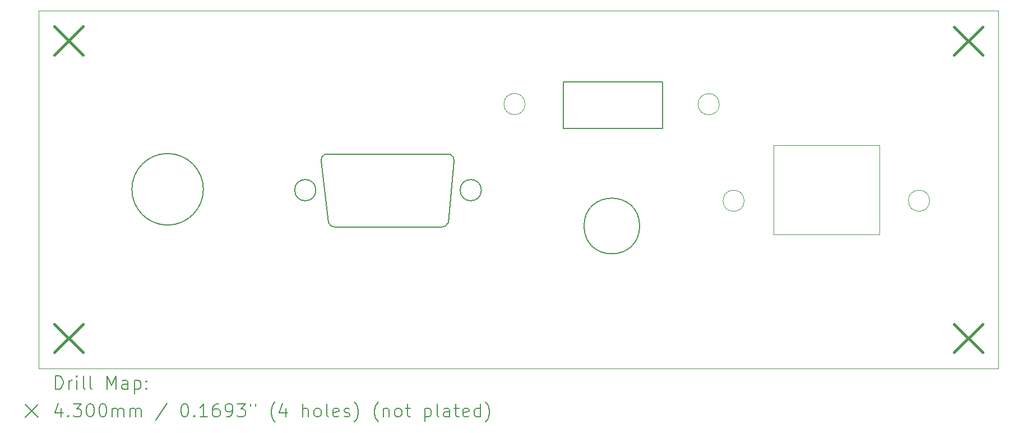
<source format=gbr>
%TF.GenerationSoftware,KiCad,Pcbnew,8.0.1*%
%TF.CreationDate,2025-08-11T12:07:18+02:00*%
%TF.ProjectId,SVX_Node_Case_back.kicad_pcb_usb,5356585f-4e6f-4646-955f-436173655f62,rev?*%
%TF.SameCoordinates,Original*%
%TF.FileFunction,Drillmap*%
%TF.FilePolarity,Positive*%
%FSLAX45Y45*%
G04 Gerber Fmt 4.5, Leading zero omitted, Abs format (unit mm)*
G04 Created by KiCad (PCBNEW 8.0.1) date 2025-08-11 12:07:18*
%MOMM*%
%LPD*%
G01*
G04 APERTURE LIST*
%ADD10C,0.050000*%
%ADD11C,0.200000*%
%ADD12C,0.430000*%
G04 APERTURE END LIST*
D10*
X18334000Y-8413000D02*
G75*
G02*
X18014000Y-8413000I-160000J0D01*
G01*
X18014000Y-8413000D02*
G75*
G02*
X18334000Y-8413000I160000J0D01*
G01*
D11*
X10541000Y-9697000D02*
G75*
G02*
X9461000Y-9697000I-540000J0D01*
G01*
X9461000Y-9697000D02*
G75*
G02*
X10541000Y-9697000I540000J0D01*
G01*
X14243974Y-10196681D02*
G75*
G02*
X14130000Y-10270002I-109984J45721D01*
G01*
D10*
X19150000Y-9030000D02*
X20750000Y-9030000D01*
X20750000Y-10380000D01*
X19150000Y-10380000D01*
X19150000Y-9030000D01*
D11*
X12319334Y-9270264D02*
G75*
G02*
X12376061Y-9169702I90936J14984D01*
G01*
X17131000Y-10251000D02*
G75*
G02*
X16291000Y-10251000I-420000J0D01*
G01*
X16291000Y-10251000D02*
G75*
G02*
X17131000Y-10251000I420000J0D01*
G01*
X12530000Y-10270000D02*
X14130000Y-10270000D01*
X14243974Y-10196681D02*
X14328000Y-9271000D01*
X15975000Y-8075000D02*
X17475000Y-8075000D01*
X17475000Y-8775000D01*
X15975000Y-8775000D01*
X15975000Y-8075000D01*
X14740000Y-9710000D02*
G75*
G02*
X14420000Y-9710000I-160000J0D01*
G01*
X14420000Y-9710000D02*
G75*
G02*
X14740000Y-9710000I160000J0D01*
G01*
X12376061Y-9169703D02*
X14270673Y-9170000D01*
X12240000Y-9710000D02*
G75*
G02*
X11920000Y-9710000I-160000J0D01*
G01*
X11920000Y-9710000D02*
G75*
G02*
X12240000Y-9710000I160000J0D01*
G01*
D10*
X21510000Y-9870000D02*
G75*
G02*
X21190000Y-9870000I-160000J0D01*
G01*
X21190000Y-9870000D02*
G75*
G02*
X21510000Y-9870000I160000J0D01*
G01*
D11*
X12530000Y-10270000D02*
G75*
G02*
X12427380Y-10196745I7520J119040D01*
G01*
X14271000Y-9170000D02*
G75*
G02*
X14327729Y-9270561I-34210J-85580D01*
G01*
X12427377Y-10196747D02*
X12319334Y-9270264D01*
D10*
X15400000Y-8410000D02*
G75*
G02*
X15080000Y-8410000I-160000J0D01*
G01*
X15080000Y-8410000D02*
G75*
G02*
X15400000Y-8410000I160000J0D01*
G01*
X18710000Y-9870000D02*
G75*
G02*
X18390000Y-9870000I-160000J0D01*
G01*
X18390000Y-9870000D02*
G75*
G02*
X18710000Y-9870000I160000J0D01*
G01*
X8050000Y-7000000D02*
X22550000Y-7000000D01*
X22550000Y-12400000D01*
X8050000Y-12400000D01*
X8050000Y-7000000D01*
D11*
D12*
X8290000Y-7240000D02*
X8720000Y-7670000D01*
X8720000Y-7240000D02*
X8290000Y-7670000D01*
X8290000Y-11730000D02*
X8720000Y-12160000D01*
X8720000Y-11730000D02*
X8290000Y-12160000D01*
X21878000Y-11730000D02*
X22308000Y-12160000D01*
X22308000Y-11730000D02*
X21878000Y-12160000D01*
X21880000Y-7242500D02*
X22310000Y-7672500D01*
X22310000Y-7242500D02*
X21880000Y-7672500D01*
D11*
X8308277Y-12713984D02*
X8308277Y-12513984D01*
X8308277Y-12513984D02*
X8355896Y-12513984D01*
X8355896Y-12513984D02*
X8384467Y-12523508D01*
X8384467Y-12523508D02*
X8403515Y-12542555D01*
X8403515Y-12542555D02*
X8413039Y-12561603D01*
X8413039Y-12561603D02*
X8422563Y-12599698D01*
X8422563Y-12599698D02*
X8422563Y-12628269D01*
X8422563Y-12628269D02*
X8413039Y-12666365D01*
X8413039Y-12666365D02*
X8403515Y-12685412D01*
X8403515Y-12685412D02*
X8384467Y-12704460D01*
X8384467Y-12704460D02*
X8355896Y-12713984D01*
X8355896Y-12713984D02*
X8308277Y-12713984D01*
X8508277Y-12713984D02*
X8508277Y-12580650D01*
X8508277Y-12618746D02*
X8517801Y-12599698D01*
X8517801Y-12599698D02*
X8527324Y-12590174D01*
X8527324Y-12590174D02*
X8546372Y-12580650D01*
X8546372Y-12580650D02*
X8565420Y-12580650D01*
X8632086Y-12713984D02*
X8632086Y-12580650D01*
X8632086Y-12513984D02*
X8622563Y-12523508D01*
X8622563Y-12523508D02*
X8632086Y-12533031D01*
X8632086Y-12533031D02*
X8641610Y-12523508D01*
X8641610Y-12523508D02*
X8632086Y-12513984D01*
X8632086Y-12513984D02*
X8632086Y-12533031D01*
X8755896Y-12713984D02*
X8736848Y-12704460D01*
X8736848Y-12704460D02*
X8727324Y-12685412D01*
X8727324Y-12685412D02*
X8727324Y-12513984D01*
X8860658Y-12713984D02*
X8841610Y-12704460D01*
X8841610Y-12704460D02*
X8832086Y-12685412D01*
X8832086Y-12685412D02*
X8832086Y-12513984D01*
X9089229Y-12713984D02*
X9089229Y-12513984D01*
X9089229Y-12513984D02*
X9155896Y-12656841D01*
X9155896Y-12656841D02*
X9222563Y-12513984D01*
X9222563Y-12513984D02*
X9222563Y-12713984D01*
X9403515Y-12713984D02*
X9403515Y-12609222D01*
X9403515Y-12609222D02*
X9393991Y-12590174D01*
X9393991Y-12590174D02*
X9374944Y-12580650D01*
X9374944Y-12580650D02*
X9336848Y-12580650D01*
X9336848Y-12580650D02*
X9317801Y-12590174D01*
X9403515Y-12704460D02*
X9384467Y-12713984D01*
X9384467Y-12713984D02*
X9336848Y-12713984D01*
X9336848Y-12713984D02*
X9317801Y-12704460D01*
X9317801Y-12704460D02*
X9308277Y-12685412D01*
X9308277Y-12685412D02*
X9308277Y-12666365D01*
X9308277Y-12666365D02*
X9317801Y-12647317D01*
X9317801Y-12647317D02*
X9336848Y-12637793D01*
X9336848Y-12637793D02*
X9384467Y-12637793D01*
X9384467Y-12637793D02*
X9403515Y-12628269D01*
X9498753Y-12580650D02*
X9498753Y-12780650D01*
X9498753Y-12590174D02*
X9517801Y-12580650D01*
X9517801Y-12580650D02*
X9555896Y-12580650D01*
X9555896Y-12580650D02*
X9574944Y-12590174D01*
X9574944Y-12590174D02*
X9584467Y-12599698D01*
X9584467Y-12599698D02*
X9593991Y-12618746D01*
X9593991Y-12618746D02*
X9593991Y-12675888D01*
X9593991Y-12675888D02*
X9584467Y-12694936D01*
X9584467Y-12694936D02*
X9574944Y-12704460D01*
X9574944Y-12704460D02*
X9555896Y-12713984D01*
X9555896Y-12713984D02*
X9517801Y-12713984D01*
X9517801Y-12713984D02*
X9498753Y-12704460D01*
X9679705Y-12694936D02*
X9689229Y-12704460D01*
X9689229Y-12704460D02*
X9679705Y-12713984D01*
X9679705Y-12713984D02*
X9670182Y-12704460D01*
X9670182Y-12704460D02*
X9679705Y-12694936D01*
X9679705Y-12694936D02*
X9679705Y-12713984D01*
X9679705Y-12590174D02*
X9689229Y-12599698D01*
X9689229Y-12599698D02*
X9679705Y-12609222D01*
X9679705Y-12609222D02*
X9670182Y-12599698D01*
X9670182Y-12599698D02*
X9679705Y-12590174D01*
X9679705Y-12590174D02*
X9679705Y-12609222D01*
X7847500Y-12942500D02*
X8047500Y-13142500D01*
X8047500Y-12942500D02*
X7847500Y-13142500D01*
X8393991Y-13000650D02*
X8393991Y-13133984D01*
X8346372Y-12924460D02*
X8298753Y-13067317D01*
X8298753Y-13067317D02*
X8422563Y-13067317D01*
X8498753Y-13114936D02*
X8508277Y-13124460D01*
X8508277Y-13124460D02*
X8498753Y-13133984D01*
X8498753Y-13133984D02*
X8489229Y-13124460D01*
X8489229Y-13124460D02*
X8498753Y-13114936D01*
X8498753Y-13114936D02*
X8498753Y-13133984D01*
X8574944Y-12933984D02*
X8698753Y-12933984D01*
X8698753Y-12933984D02*
X8632086Y-13010174D01*
X8632086Y-13010174D02*
X8660658Y-13010174D01*
X8660658Y-13010174D02*
X8679705Y-13019698D01*
X8679705Y-13019698D02*
X8689229Y-13029222D01*
X8689229Y-13029222D02*
X8698753Y-13048269D01*
X8698753Y-13048269D02*
X8698753Y-13095888D01*
X8698753Y-13095888D02*
X8689229Y-13114936D01*
X8689229Y-13114936D02*
X8679705Y-13124460D01*
X8679705Y-13124460D02*
X8660658Y-13133984D01*
X8660658Y-13133984D02*
X8603515Y-13133984D01*
X8603515Y-13133984D02*
X8584467Y-13124460D01*
X8584467Y-13124460D02*
X8574944Y-13114936D01*
X8822563Y-12933984D02*
X8841610Y-12933984D01*
X8841610Y-12933984D02*
X8860658Y-12943508D01*
X8860658Y-12943508D02*
X8870182Y-12953031D01*
X8870182Y-12953031D02*
X8879705Y-12972079D01*
X8879705Y-12972079D02*
X8889229Y-13010174D01*
X8889229Y-13010174D02*
X8889229Y-13057793D01*
X8889229Y-13057793D02*
X8879705Y-13095888D01*
X8879705Y-13095888D02*
X8870182Y-13114936D01*
X8870182Y-13114936D02*
X8860658Y-13124460D01*
X8860658Y-13124460D02*
X8841610Y-13133984D01*
X8841610Y-13133984D02*
X8822563Y-13133984D01*
X8822563Y-13133984D02*
X8803515Y-13124460D01*
X8803515Y-13124460D02*
X8793991Y-13114936D01*
X8793991Y-13114936D02*
X8784467Y-13095888D01*
X8784467Y-13095888D02*
X8774944Y-13057793D01*
X8774944Y-13057793D02*
X8774944Y-13010174D01*
X8774944Y-13010174D02*
X8784467Y-12972079D01*
X8784467Y-12972079D02*
X8793991Y-12953031D01*
X8793991Y-12953031D02*
X8803515Y-12943508D01*
X8803515Y-12943508D02*
X8822563Y-12933984D01*
X9013039Y-12933984D02*
X9032086Y-12933984D01*
X9032086Y-12933984D02*
X9051134Y-12943508D01*
X9051134Y-12943508D02*
X9060658Y-12953031D01*
X9060658Y-12953031D02*
X9070182Y-12972079D01*
X9070182Y-12972079D02*
X9079705Y-13010174D01*
X9079705Y-13010174D02*
X9079705Y-13057793D01*
X9079705Y-13057793D02*
X9070182Y-13095888D01*
X9070182Y-13095888D02*
X9060658Y-13114936D01*
X9060658Y-13114936D02*
X9051134Y-13124460D01*
X9051134Y-13124460D02*
X9032086Y-13133984D01*
X9032086Y-13133984D02*
X9013039Y-13133984D01*
X9013039Y-13133984D02*
X8993991Y-13124460D01*
X8993991Y-13124460D02*
X8984467Y-13114936D01*
X8984467Y-13114936D02*
X8974944Y-13095888D01*
X8974944Y-13095888D02*
X8965420Y-13057793D01*
X8965420Y-13057793D02*
X8965420Y-13010174D01*
X8965420Y-13010174D02*
X8974944Y-12972079D01*
X8974944Y-12972079D02*
X8984467Y-12953031D01*
X8984467Y-12953031D02*
X8993991Y-12943508D01*
X8993991Y-12943508D02*
X9013039Y-12933984D01*
X9165420Y-13133984D02*
X9165420Y-13000650D01*
X9165420Y-13019698D02*
X9174944Y-13010174D01*
X9174944Y-13010174D02*
X9193991Y-13000650D01*
X9193991Y-13000650D02*
X9222563Y-13000650D01*
X9222563Y-13000650D02*
X9241610Y-13010174D01*
X9241610Y-13010174D02*
X9251134Y-13029222D01*
X9251134Y-13029222D02*
X9251134Y-13133984D01*
X9251134Y-13029222D02*
X9260658Y-13010174D01*
X9260658Y-13010174D02*
X9279705Y-13000650D01*
X9279705Y-13000650D02*
X9308277Y-13000650D01*
X9308277Y-13000650D02*
X9327325Y-13010174D01*
X9327325Y-13010174D02*
X9336848Y-13029222D01*
X9336848Y-13029222D02*
X9336848Y-13133984D01*
X9432086Y-13133984D02*
X9432086Y-13000650D01*
X9432086Y-13019698D02*
X9441610Y-13010174D01*
X9441610Y-13010174D02*
X9460658Y-13000650D01*
X9460658Y-13000650D02*
X9489229Y-13000650D01*
X9489229Y-13000650D02*
X9508277Y-13010174D01*
X9508277Y-13010174D02*
X9517801Y-13029222D01*
X9517801Y-13029222D02*
X9517801Y-13133984D01*
X9517801Y-13029222D02*
X9527325Y-13010174D01*
X9527325Y-13010174D02*
X9546372Y-13000650D01*
X9546372Y-13000650D02*
X9574944Y-13000650D01*
X9574944Y-13000650D02*
X9593991Y-13010174D01*
X9593991Y-13010174D02*
X9603515Y-13029222D01*
X9603515Y-13029222D02*
X9603515Y-13133984D01*
X9993991Y-12924460D02*
X9822563Y-13181603D01*
X10251134Y-12933984D02*
X10270182Y-12933984D01*
X10270182Y-12933984D02*
X10289229Y-12943508D01*
X10289229Y-12943508D02*
X10298753Y-12953031D01*
X10298753Y-12953031D02*
X10308277Y-12972079D01*
X10308277Y-12972079D02*
X10317801Y-13010174D01*
X10317801Y-13010174D02*
X10317801Y-13057793D01*
X10317801Y-13057793D02*
X10308277Y-13095888D01*
X10308277Y-13095888D02*
X10298753Y-13114936D01*
X10298753Y-13114936D02*
X10289229Y-13124460D01*
X10289229Y-13124460D02*
X10270182Y-13133984D01*
X10270182Y-13133984D02*
X10251134Y-13133984D01*
X10251134Y-13133984D02*
X10232087Y-13124460D01*
X10232087Y-13124460D02*
X10222563Y-13114936D01*
X10222563Y-13114936D02*
X10213039Y-13095888D01*
X10213039Y-13095888D02*
X10203515Y-13057793D01*
X10203515Y-13057793D02*
X10203515Y-13010174D01*
X10203515Y-13010174D02*
X10213039Y-12972079D01*
X10213039Y-12972079D02*
X10222563Y-12953031D01*
X10222563Y-12953031D02*
X10232087Y-12943508D01*
X10232087Y-12943508D02*
X10251134Y-12933984D01*
X10403515Y-13114936D02*
X10413039Y-13124460D01*
X10413039Y-13124460D02*
X10403515Y-13133984D01*
X10403515Y-13133984D02*
X10393991Y-13124460D01*
X10393991Y-13124460D02*
X10403515Y-13114936D01*
X10403515Y-13114936D02*
X10403515Y-13133984D01*
X10603515Y-13133984D02*
X10489229Y-13133984D01*
X10546372Y-13133984D02*
X10546372Y-12933984D01*
X10546372Y-12933984D02*
X10527325Y-12962555D01*
X10527325Y-12962555D02*
X10508277Y-12981603D01*
X10508277Y-12981603D02*
X10489229Y-12991127D01*
X10774944Y-12933984D02*
X10736848Y-12933984D01*
X10736848Y-12933984D02*
X10717801Y-12943508D01*
X10717801Y-12943508D02*
X10708277Y-12953031D01*
X10708277Y-12953031D02*
X10689229Y-12981603D01*
X10689229Y-12981603D02*
X10679706Y-13019698D01*
X10679706Y-13019698D02*
X10679706Y-13095888D01*
X10679706Y-13095888D02*
X10689229Y-13114936D01*
X10689229Y-13114936D02*
X10698753Y-13124460D01*
X10698753Y-13124460D02*
X10717801Y-13133984D01*
X10717801Y-13133984D02*
X10755896Y-13133984D01*
X10755896Y-13133984D02*
X10774944Y-13124460D01*
X10774944Y-13124460D02*
X10784468Y-13114936D01*
X10784468Y-13114936D02*
X10793991Y-13095888D01*
X10793991Y-13095888D02*
X10793991Y-13048269D01*
X10793991Y-13048269D02*
X10784468Y-13029222D01*
X10784468Y-13029222D02*
X10774944Y-13019698D01*
X10774944Y-13019698D02*
X10755896Y-13010174D01*
X10755896Y-13010174D02*
X10717801Y-13010174D01*
X10717801Y-13010174D02*
X10698753Y-13019698D01*
X10698753Y-13019698D02*
X10689229Y-13029222D01*
X10689229Y-13029222D02*
X10679706Y-13048269D01*
X10889229Y-13133984D02*
X10927325Y-13133984D01*
X10927325Y-13133984D02*
X10946372Y-13124460D01*
X10946372Y-13124460D02*
X10955896Y-13114936D01*
X10955896Y-13114936D02*
X10974944Y-13086365D01*
X10974944Y-13086365D02*
X10984468Y-13048269D01*
X10984468Y-13048269D02*
X10984468Y-12972079D01*
X10984468Y-12972079D02*
X10974944Y-12953031D01*
X10974944Y-12953031D02*
X10965420Y-12943508D01*
X10965420Y-12943508D02*
X10946372Y-12933984D01*
X10946372Y-12933984D02*
X10908277Y-12933984D01*
X10908277Y-12933984D02*
X10889229Y-12943508D01*
X10889229Y-12943508D02*
X10879706Y-12953031D01*
X10879706Y-12953031D02*
X10870182Y-12972079D01*
X10870182Y-12972079D02*
X10870182Y-13019698D01*
X10870182Y-13019698D02*
X10879706Y-13038746D01*
X10879706Y-13038746D02*
X10889229Y-13048269D01*
X10889229Y-13048269D02*
X10908277Y-13057793D01*
X10908277Y-13057793D02*
X10946372Y-13057793D01*
X10946372Y-13057793D02*
X10965420Y-13048269D01*
X10965420Y-13048269D02*
X10974944Y-13038746D01*
X10974944Y-13038746D02*
X10984468Y-13019698D01*
X11051134Y-12933984D02*
X11174944Y-12933984D01*
X11174944Y-12933984D02*
X11108277Y-13010174D01*
X11108277Y-13010174D02*
X11136849Y-13010174D01*
X11136849Y-13010174D02*
X11155896Y-13019698D01*
X11155896Y-13019698D02*
X11165420Y-13029222D01*
X11165420Y-13029222D02*
X11174944Y-13048269D01*
X11174944Y-13048269D02*
X11174944Y-13095888D01*
X11174944Y-13095888D02*
X11165420Y-13114936D01*
X11165420Y-13114936D02*
X11155896Y-13124460D01*
X11155896Y-13124460D02*
X11136849Y-13133984D01*
X11136849Y-13133984D02*
X11079706Y-13133984D01*
X11079706Y-13133984D02*
X11060658Y-13124460D01*
X11060658Y-13124460D02*
X11051134Y-13114936D01*
X11251134Y-12933984D02*
X11251134Y-12972079D01*
X11327325Y-12933984D02*
X11327325Y-12972079D01*
X11622563Y-13210174D02*
X11613039Y-13200650D01*
X11613039Y-13200650D02*
X11593991Y-13172079D01*
X11593991Y-13172079D02*
X11584468Y-13153031D01*
X11584468Y-13153031D02*
X11574944Y-13124460D01*
X11574944Y-13124460D02*
X11565420Y-13076841D01*
X11565420Y-13076841D02*
X11565420Y-13038746D01*
X11565420Y-13038746D02*
X11574944Y-12991127D01*
X11574944Y-12991127D02*
X11584468Y-12962555D01*
X11584468Y-12962555D02*
X11593991Y-12943508D01*
X11593991Y-12943508D02*
X11613039Y-12914936D01*
X11613039Y-12914936D02*
X11622563Y-12905412D01*
X11784468Y-13000650D02*
X11784468Y-13133984D01*
X11736848Y-12924460D02*
X11689229Y-13067317D01*
X11689229Y-13067317D02*
X11813039Y-13067317D01*
X12041610Y-13133984D02*
X12041610Y-12933984D01*
X12127325Y-13133984D02*
X12127325Y-13029222D01*
X12127325Y-13029222D02*
X12117801Y-13010174D01*
X12117801Y-13010174D02*
X12098753Y-13000650D01*
X12098753Y-13000650D02*
X12070182Y-13000650D01*
X12070182Y-13000650D02*
X12051134Y-13010174D01*
X12051134Y-13010174D02*
X12041610Y-13019698D01*
X12251134Y-13133984D02*
X12232087Y-13124460D01*
X12232087Y-13124460D02*
X12222563Y-13114936D01*
X12222563Y-13114936D02*
X12213039Y-13095888D01*
X12213039Y-13095888D02*
X12213039Y-13038746D01*
X12213039Y-13038746D02*
X12222563Y-13019698D01*
X12222563Y-13019698D02*
X12232087Y-13010174D01*
X12232087Y-13010174D02*
X12251134Y-13000650D01*
X12251134Y-13000650D02*
X12279706Y-13000650D01*
X12279706Y-13000650D02*
X12298753Y-13010174D01*
X12298753Y-13010174D02*
X12308277Y-13019698D01*
X12308277Y-13019698D02*
X12317801Y-13038746D01*
X12317801Y-13038746D02*
X12317801Y-13095888D01*
X12317801Y-13095888D02*
X12308277Y-13114936D01*
X12308277Y-13114936D02*
X12298753Y-13124460D01*
X12298753Y-13124460D02*
X12279706Y-13133984D01*
X12279706Y-13133984D02*
X12251134Y-13133984D01*
X12432087Y-13133984D02*
X12413039Y-13124460D01*
X12413039Y-13124460D02*
X12403515Y-13105412D01*
X12403515Y-13105412D02*
X12403515Y-12933984D01*
X12584468Y-13124460D02*
X12565420Y-13133984D01*
X12565420Y-13133984D02*
X12527325Y-13133984D01*
X12527325Y-13133984D02*
X12508277Y-13124460D01*
X12508277Y-13124460D02*
X12498753Y-13105412D01*
X12498753Y-13105412D02*
X12498753Y-13029222D01*
X12498753Y-13029222D02*
X12508277Y-13010174D01*
X12508277Y-13010174D02*
X12527325Y-13000650D01*
X12527325Y-13000650D02*
X12565420Y-13000650D01*
X12565420Y-13000650D02*
X12584468Y-13010174D01*
X12584468Y-13010174D02*
X12593991Y-13029222D01*
X12593991Y-13029222D02*
X12593991Y-13048269D01*
X12593991Y-13048269D02*
X12498753Y-13067317D01*
X12670182Y-13124460D02*
X12689230Y-13133984D01*
X12689230Y-13133984D02*
X12727325Y-13133984D01*
X12727325Y-13133984D02*
X12746372Y-13124460D01*
X12746372Y-13124460D02*
X12755896Y-13105412D01*
X12755896Y-13105412D02*
X12755896Y-13095888D01*
X12755896Y-13095888D02*
X12746372Y-13076841D01*
X12746372Y-13076841D02*
X12727325Y-13067317D01*
X12727325Y-13067317D02*
X12698753Y-13067317D01*
X12698753Y-13067317D02*
X12679706Y-13057793D01*
X12679706Y-13057793D02*
X12670182Y-13038746D01*
X12670182Y-13038746D02*
X12670182Y-13029222D01*
X12670182Y-13029222D02*
X12679706Y-13010174D01*
X12679706Y-13010174D02*
X12698753Y-13000650D01*
X12698753Y-13000650D02*
X12727325Y-13000650D01*
X12727325Y-13000650D02*
X12746372Y-13010174D01*
X12822563Y-13210174D02*
X12832087Y-13200650D01*
X12832087Y-13200650D02*
X12851134Y-13172079D01*
X12851134Y-13172079D02*
X12860658Y-13153031D01*
X12860658Y-13153031D02*
X12870182Y-13124460D01*
X12870182Y-13124460D02*
X12879706Y-13076841D01*
X12879706Y-13076841D02*
X12879706Y-13038746D01*
X12879706Y-13038746D02*
X12870182Y-12991127D01*
X12870182Y-12991127D02*
X12860658Y-12962555D01*
X12860658Y-12962555D02*
X12851134Y-12943508D01*
X12851134Y-12943508D02*
X12832087Y-12914936D01*
X12832087Y-12914936D02*
X12822563Y-12905412D01*
X13184468Y-13210174D02*
X13174944Y-13200650D01*
X13174944Y-13200650D02*
X13155896Y-13172079D01*
X13155896Y-13172079D02*
X13146372Y-13153031D01*
X13146372Y-13153031D02*
X13136849Y-13124460D01*
X13136849Y-13124460D02*
X13127325Y-13076841D01*
X13127325Y-13076841D02*
X13127325Y-13038746D01*
X13127325Y-13038746D02*
X13136849Y-12991127D01*
X13136849Y-12991127D02*
X13146372Y-12962555D01*
X13146372Y-12962555D02*
X13155896Y-12943508D01*
X13155896Y-12943508D02*
X13174944Y-12914936D01*
X13174944Y-12914936D02*
X13184468Y-12905412D01*
X13260658Y-13000650D02*
X13260658Y-13133984D01*
X13260658Y-13019698D02*
X13270182Y-13010174D01*
X13270182Y-13010174D02*
X13289230Y-13000650D01*
X13289230Y-13000650D02*
X13317801Y-13000650D01*
X13317801Y-13000650D02*
X13336849Y-13010174D01*
X13336849Y-13010174D02*
X13346372Y-13029222D01*
X13346372Y-13029222D02*
X13346372Y-13133984D01*
X13470182Y-13133984D02*
X13451134Y-13124460D01*
X13451134Y-13124460D02*
X13441611Y-13114936D01*
X13441611Y-13114936D02*
X13432087Y-13095888D01*
X13432087Y-13095888D02*
X13432087Y-13038746D01*
X13432087Y-13038746D02*
X13441611Y-13019698D01*
X13441611Y-13019698D02*
X13451134Y-13010174D01*
X13451134Y-13010174D02*
X13470182Y-13000650D01*
X13470182Y-13000650D02*
X13498753Y-13000650D01*
X13498753Y-13000650D02*
X13517801Y-13010174D01*
X13517801Y-13010174D02*
X13527325Y-13019698D01*
X13527325Y-13019698D02*
X13536849Y-13038746D01*
X13536849Y-13038746D02*
X13536849Y-13095888D01*
X13536849Y-13095888D02*
X13527325Y-13114936D01*
X13527325Y-13114936D02*
X13517801Y-13124460D01*
X13517801Y-13124460D02*
X13498753Y-13133984D01*
X13498753Y-13133984D02*
X13470182Y-13133984D01*
X13593992Y-13000650D02*
X13670182Y-13000650D01*
X13622563Y-12933984D02*
X13622563Y-13105412D01*
X13622563Y-13105412D02*
X13632087Y-13124460D01*
X13632087Y-13124460D02*
X13651134Y-13133984D01*
X13651134Y-13133984D02*
X13670182Y-13133984D01*
X13889230Y-13000650D02*
X13889230Y-13200650D01*
X13889230Y-13010174D02*
X13908277Y-13000650D01*
X13908277Y-13000650D02*
X13946373Y-13000650D01*
X13946373Y-13000650D02*
X13965420Y-13010174D01*
X13965420Y-13010174D02*
X13974944Y-13019698D01*
X13974944Y-13019698D02*
X13984468Y-13038746D01*
X13984468Y-13038746D02*
X13984468Y-13095888D01*
X13984468Y-13095888D02*
X13974944Y-13114936D01*
X13974944Y-13114936D02*
X13965420Y-13124460D01*
X13965420Y-13124460D02*
X13946373Y-13133984D01*
X13946373Y-13133984D02*
X13908277Y-13133984D01*
X13908277Y-13133984D02*
X13889230Y-13124460D01*
X14098753Y-13133984D02*
X14079706Y-13124460D01*
X14079706Y-13124460D02*
X14070182Y-13105412D01*
X14070182Y-13105412D02*
X14070182Y-12933984D01*
X14260658Y-13133984D02*
X14260658Y-13029222D01*
X14260658Y-13029222D02*
X14251134Y-13010174D01*
X14251134Y-13010174D02*
X14232087Y-13000650D01*
X14232087Y-13000650D02*
X14193992Y-13000650D01*
X14193992Y-13000650D02*
X14174944Y-13010174D01*
X14260658Y-13124460D02*
X14241611Y-13133984D01*
X14241611Y-13133984D02*
X14193992Y-13133984D01*
X14193992Y-13133984D02*
X14174944Y-13124460D01*
X14174944Y-13124460D02*
X14165420Y-13105412D01*
X14165420Y-13105412D02*
X14165420Y-13086365D01*
X14165420Y-13086365D02*
X14174944Y-13067317D01*
X14174944Y-13067317D02*
X14193992Y-13057793D01*
X14193992Y-13057793D02*
X14241611Y-13057793D01*
X14241611Y-13057793D02*
X14260658Y-13048269D01*
X14327325Y-13000650D02*
X14403515Y-13000650D01*
X14355896Y-12933984D02*
X14355896Y-13105412D01*
X14355896Y-13105412D02*
X14365420Y-13124460D01*
X14365420Y-13124460D02*
X14384468Y-13133984D01*
X14384468Y-13133984D02*
X14403515Y-13133984D01*
X14546373Y-13124460D02*
X14527325Y-13133984D01*
X14527325Y-13133984D02*
X14489230Y-13133984D01*
X14489230Y-13133984D02*
X14470182Y-13124460D01*
X14470182Y-13124460D02*
X14460658Y-13105412D01*
X14460658Y-13105412D02*
X14460658Y-13029222D01*
X14460658Y-13029222D02*
X14470182Y-13010174D01*
X14470182Y-13010174D02*
X14489230Y-13000650D01*
X14489230Y-13000650D02*
X14527325Y-13000650D01*
X14527325Y-13000650D02*
X14546373Y-13010174D01*
X14546373Y-13010174D02*
X14555896Y-13029222D01*
X14555896Y-13029222D02*
X14555896Y-13048269D01*
X14555896Y-13048269D02*
X14460658Y-13067317D01*
X14727325Y-13133984D02*
X14727325Y-12933984D01*
X14727325Y-13124460D02*
X14708277Y-13133984D01*
X14708277Y-13133984D02*
X14670182Y-13133984D01*
X14670182Y-13133984D02*
X14651134Y-13124460D01*
X14651134Y-13124460D02*
X14641611Y-13114936D01*
X14641611Y-13114936D02*
X14632087Y-13095888D01*
X14632087Y-13095888D02*
X14632087Y-13038746D01*
X14632087Y-13038746D02*
X14641611Y-13019698D01*
X14641611Y-13019698D02*
X14651134Y-13010174D01*
X14651134Y-13010174D02*
X14670182Y-13000650D01*
X14670182Y-13000650D02*
X14708277Y-13000650D01*
X14708277Y-13000650D02*
X14727325Y-13010174D01*
X14803515Y-13210174D02*
X14813039Y-13200650D01*
X14813039Y-13200650D02*
X14832087Y-13172079D01*
X14832087Y-13172079D02*
X14841611Y-13153031D01*
X14841611Y-13153031D02*
X14851134Y-13124460D01*
X14851134Y-13124460D02*
X14860658Y-13076841D01*
X14860658Y-13076841D02*
X14860658Y-13038746D01*
X14860658Y-13038746D02*
X14851134Y-12991127D01*
X14851134Y-12991127D02*
X14841611Y-12962555D01*
X14841611Y-12962555D02*
X14832087Y-12943508D01*
X14832087Y-12943508D02*
X14813039Y-12914936D01*
X14813039Y-12914936D02*
X14803515Y-12905412D01*
M02*

</source>
